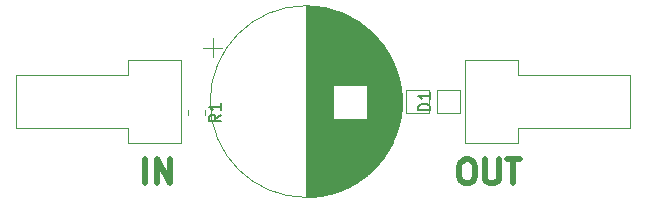
<source format=gto>
%TF.GenerationSoftware,KiCad,Pcbnew,(6.0.6)*%
%TF.CreationDate,2023-03-09T17:56:09+01:00*%
%TF.ProjectId,dc_block,64635f62-6c6f-4636-9b2e-6b696361645f,rev?*%
%TF.SameCoordinates,Original*%
%TF.FileFunction,Legend,Top*%
%TF.FilePolarity,Positive*%
%FSLAX46Y46*%
G04 Gerber Fmt 4.6, Leading zero omitted, Abs format (unit mm)*
G04 Created by KiCad (PCBNEW (6.0.6)) date 2023-03-09 17:56:09*
%MOMM*%
%LPD*%
G01*
G04 APERTURE LIST*
%ADD10C,0.500000*%
%ADD11C,0.150000*%
%ADD12C,0.120000*%
G04 APERTURE END LIST*
D10*
X101952380Y-96904761D02*
X101952380Y-94904761D01*
X102904761Y-96904761D02*
X102904761Y-94904761D01*
X104047619Y-96904761D01*
X104047619Y-94904761D01*
X129000000Y-94904761D02*
X129380952Y-94904761D01*
X129571428Y-95000000D01*
X129761904Y-95190476D01*
X129857142Y-95571428D01*
X129857142Y-96238095D01*
X129761904Y-96619047D01*
X129571428Y-96809523D01*
X129380952Y-96904761D01*
X129000000Y-96904761D01*
X128809523Y-96809523D01*
X128619047Y-96619047D01*
X128523809Y-96238095D01*
X128523809Y-95571428D01*
X128619047Y-95190476D01*
X128809523Y-95000000D01*
X129000000Y-94904761D01*
X130714285Y-94904761D02*
X130714285Y-96523809D01*
X130809523Y-96714285D01*
X130904761Y-96809523D01*
X131095238Y-96904761D01*
X131476190Y-96904761D01*
X131666666Y-96809523D01*
X131761904Y-96714285D01*
X131857142Y-96523809D01*
X131857142Y-94904761D01*
X132523809Y-94904761D02*
X133666666Y-94904761D01*
X133095238Y-96904761D02*
X133095238Y-94904761D01*
D11*
%TO.C,R1*%
X108352380Y-91116666D02*
X107876190Y-91450000D01*
X108352380Y-91688095D02*
X107352380Y-91688095D01*
X107352380Y-91307142D01*
X107400000Y-91211904D01*
X107447619Y-91164285D01*
X107542857Y-91116666D01*
X107685714Y-91116666D01*
X107780952Y-91164285D01*
X107828571Y-91211904D01*
X107876190Y-91307142D01*
X107876190Y-91688095D01*
X108352380Y-90164285D02*
X108352380Y-90735714D01*
X108352380Y-90450000D02*
X107352380Y-90450000D01*
X107495238Y-90545238D01*
X107590476Y-90640476D01*
X107638095Y-90735714D01*
%TO.C,D2*%
X123452380Y-90738095D02*
X122452380Y-90738095D01*
X122452380Y-90500000D01*
X122500000Y-90357142D01*
X122595238Y-90261904D01*
X122690476Y-90214285D01*
X122880952Y-90166666D01*
X123023809Y-90166666D01*
X123214285Y-90214285D01*
X123309523Y-90261904D01*
X123404761Y-90357142D01*
X123452380Y-90500000D01*
X123452380Y-90738095D01*
X122547619Y-89785714D02*
X122500000Y-89738095D01*
X122452380Y-89642857D01*
X122452380Y-89404761D01*
X122500000Y-89309523D01*
X122547619Y-89261904D01*
X122642857Y-89214285D01*
X122738095Y-89214285D01*
X122880952Y-89261904D01*
X123452380Y-89833333D01*
X123452380Y-89214285D01*
%TO.C,D1*%
X126052380Y-90738095D02*
X125052380Y-90738095D01*
X125052380Y-90500000D01*
X125100000Y-90357142D01*
X125195238Y-90261904D01*
X125290476Y-90214285D01*
X125480952Y-90166666D01*
X125623809Y-90166666D01*
X125814285Y-90214285D01*
X125909523Y-90261904D01*
X126004761Y-90357142D01*
X126052380Y-90500000D01*
X126052380Y-90738095D01*
X126052380Y-89214285D02*
X126052380Y-89785714D01*
X126052380Y-89500000D02*
X125052380Y-89500000D01*
X125195238Y-89595238D01*
X125290476Y-89690476D01*
X125338095Y-89785714D01*
D12*
%TO.C,R1*%
X106985000Y-90722936D02*
X106985000Y-91177064D01*
X105515000Y-90722936D02*
X105515000Y-91177064D01*
%TO.C,D2*%
X124000000Y-91000000D02*
X124000000Y-89000000D01*
X126000000Y-89000000D02*
X126000000Y-91000000D01*
X126000000Y-91000000D02*
X124000000Y-91000000D01*
X124000000Y-89000000D02*
X126000000Y-89000000D01*
%TO.C,D1*%
X126600000Y-91000000D02*
X126600000Y-89000000D01*
X128600000Y-89000000D02*
X128600000Y-91000000D01*
X128600000Y-91000000D02*
X126600000Y-91000000D01*
X126600000Y-89000000D02*
X128600000Y-89000000D01*
%TO.C,C1*%
X119991000Y-91440000D02*
X119991000Y-96759000D01*
X118911000Y-82647000D02*
X118911000Y-88560000D01*
X117391000Y-82131000D02*
X117391000Y-97869000D01*
X117431000Y-82140000D02*
X117431000Y-97860000D01*
X117471000Y-82150000D02*
X117471000Y-97850000D01*
X119591000Y-91440000D02*
X119591000Y-97004000D01*
X119791000Y-83114000D02*
X119791000Y-88560000D01*
X117231000Y-82095000D02*
X117231000Y-97905000D01*
X119071000Y-82722000D02*
X119071000Y-88560000D01*
X118991000Y-91440000D02*
X118991000Y-97316000D01*
X120751000Y-83803000D02*
X120751000Y-96197000D01*
X117671000Y-82201000D02*
X117671000Y-97799000D01*
X118791000Y-91440000D02*
X118791000Y-97406000D01*
X123351000Y-87782000D02*
X123351000Y-92218000D01*
X119791000Y-91440000D02*
X119791000Y-96886000D01*
X118271000Y-91440000D02*
X118271000Y-97611000D01*
X122431000Y-85727000D02*
X122431000Y-94273000D01*
X119191000Y-91440000D02*
X119191000Y-97219000D01*
X115590000Y-81920000D02*
X115590000Y-98080000D01*
X118551000Y-91440000D02*
X118551000Y-97506000D01*
X120951000Y-83975000D02*
X120951000Y-96025000D01*
X118631000Y-91440000D02*
X118631000Y-97474000D01*
X117511000Y-82160000D02*
X117511000Y-97840000D01*
X122351000Y-85602000D02*
X122351000Y-94398000D01*
X118951000Y-91440000D02*
X118951000Y-97334000D01*
X117991000Y-82295000D02*
X117991000Y-88560000D01*
X120671000Y-91440000D02*
X120671000Y-96263000D01*
X121151000Y-84160000D02*
X121151000Y-95840000D01*
X119551000Y-91440000D02*
X119551000Y-97027000D01*
X121391000Y-84398000D02*
X121391000Y-95602000D01*
X119031000Y-91440000D02*
X119031000Y-97297000D01*
X118351000Y-91440000D02*
X118351000Y-97582000D01*
X123551000Y-88649000D02*
X123551000Y-91351000D01*
X117831000Y-82246000D02*
X117831000Y-97754000D01*
X119151000Y-91440000D02*
X119151000Y-97239000D01*
X119271000Y-91440000D02*
X119271000Y-97178000D01*
X120471000Y-83580000D02*
X120471000Y-88560000D01*
X118311000Y-91440000D02*
X118311000Y-97597000D01*
X119551000Y-82973000D02*
X119551000Y-88560000D01*
X116110000Y-81939000D02*
X116110000Y-98061000D01*
X118111000Y-82334000D02*
X118111000Y-88560000D01*
X119311000Y-91440000D02*
X119311000Y-97157000D01*
X116951000Y-82041000D02*
X116951000Y-97959000D01*
X115830000Y-81924000D02*
X115830000Y-98076000D01*
X121271000Y-84276000D02*
X121271000Y-95724000D01*
X122391000Y-85664000D02*
X122391000Y-94336000D01*
X118951000Y-82666000D02*
X118951000Y-88560000D01*
X121471000Y-84482000D02*
X121471000Y-95518000D01*
X118191000Y-91440000D02*
X118191000Y-97639000D01*
X119391000Y-82885000D02*
X119391000Y-88560000D01*
X107660509Y-84645000D02*
X107660509Y-86245000D01*
X123231000Y-87403000D02*
X123231000Y-92597000D01*
X120151000Y-83348000D02*
X120151000Y-88560000D01*
X117951000Y-82282000D02*
X117951000Y-88560000D01*
X118911000Y-91440000D02*
X118911000Y-97353000D01*
X119751000Y-83090000D02*
X119751000Y-88560000D01*
X118511000Y-82478000D02*
X118511000Y-88560000D01*
X117271000Y-82104000D02*
X117271000Y-97896000D01*
X119871000Y-83164000D02*
X119871000Y-88560000D01*
X118791000Y-82594000D02*
X118791000Y-88560000D01*
X122311000Y-85541000D02*
X122311000Y-94459000D01*
X123111000Y-87076000D02*
X123111000Y-92924000D01*
X119951000Y-91440000D02*
X119951000Y-96785000D01*
X120991000Y-84011000D02*
X120991000Y-95989000D01*
X118351000Y-82418000D02*
X118351000Y-88560000D01*
X116351000Y-81959000D02*
X116351000Y-98041000D01*
X116591000Y-81986000D02*
X116591000Y-98014000D01*
X119831000Y-91440000D02*
X119831000Y-96861000D01*
X120271000Y-91440000D02*
X120271000Y-96568000D01*
X120711000Y-83770000D02*
X120711000Y-88560000D01*
X115790000Y-81923000D02*
X115790000Y-98077000D01*
X118751000Y-91440000D02*
X118751000Y-97423000D01*
X117711000Y-82212000D02*
X117711000Y-97788000D01*
X117751000Y-82223000D02*
X117751000Y-97777000D01*
X116030000Y-81934000D02*
X116030000Y-98066000D01*
X121951000Y-85042000D02*
X121951000Y-94958000D01*
X120111000Y-83321000D02*
X120111000Y-88560000D01*
X121911000Y-84991000D02*
X121911000Y-95009000D01*
X118311000Y-82403000D02*
X118311000Y-88560000D01*
X117871000Y-82258000D02*
X117871000Y-88560000D01*
X116070000Y-81936000D02*
X116070000Y-98064000D01*
X120791000Y-83837000D02*
X120791000Y-96163000D01*
X121311000Y-84316000D02*
X121311000Y-95684000D01*
X119431000Y-91440000D02*
X119431000Y-97094000D01*
X123591000Y-88902000D02*
X123591000Y-91098000D01*
X120311000Y-91440000D02*
X120311000Y-96539000D01*
X120551000Y-91440000D02*
X120551000Y-96358000D01*
X118711000Y-82560000D02*
X118711000Y-88560000D01*
X120591000Y-83673000D02*
X120591000Y-88560000D01*
X121631000Y-84657000D02*
X121631000Y-95343000D01*
X118071000Y-82320000D02*
X118071000Y-88560000D01*
X117871000Y-91440000D02*
X117871000Y-97742000D01*
X120231000Y-83404000D02*
X120231000Y-88560000D01*
X118191000Y-82361000D02*
X118191000Y-88560000D01*
X121111000Y-84122000D02*
X121111000Y-95878000D01*
X120031000Y-83267000D02*
X120031000Y-88560000D01*
X119471000Y-91440000D02*
X119471000Y-97072000D01*
X118871000Y-82629000D02*
X118871000Y-88560000D01*
X118431000Y-82447000D02*
X118431000Y-88560000D01*
X115710000Y-81921000D02*
X115710000Y-98079000D01*
X123511000Y-88436000D02*
X123511000Y-91564000D01*
X118431000Y-91440000D02*
X118431000Y-97553000D01*
X121751000Y-84796000D02*
X121751000Y-95204000D01*
X121431000Y-84440000D02*
X121431000Y-95560000D01*
X115750000Y-81922000D02*
X115750000Y-98078000D01*
X122791000Y-86363000D02*
X122791000Y-93637000D01*
X121591000Y-84612000D02*
X121591000Y-95388000D01*
X122751000Y-86285000D02*
X122751000Y-93715000D01*
X122671000Y-86136000D02*
X122671000Y-93864000D01*
X118271000Y-82389000D02*
X118271000Y-88560000D01*
X117551000Y-82170000D02*
X117551000Y-97830000D01*
X118591000Y-82510000D02*
X118591000Y-88560000D01*
X117151000Y-82079000D02*
X117151000Y-97921000D01*
X121711000Y-84749000D02*
X121711000Y-95251000D01*
X118751000Y-82577000D02*
X118751000Y-88560000D01*
X120831000Y-83871000D02*
X120831000Y-96129000D01*
X116190000Y-81945000D02*
X116190000Y-98055000D01*
X120031000Y-91440000D02*
X120031000Y-96733000D01*
X120351000Y-91440000D02*
X120351000Y-96510000D01*
X119631000Y-83019000D02*
X119631000Y-88560000D01*
X119511000Y-91440000D02*
X119511000Y-97049000D01*
X123031000Y-86880000D02*
X123031000Y-93120000D01*
X119191000Y-82781000D02*
X119191000Y-88560000D01*
X116991000Y-82048000D02*
X116991000Y-97952000D01*
X120631000Y-83705000D02*
X120631000Y-88560000D01*
X122151000Y-85309000D02*
X122151000Y-94691000D01*
X121551000Y-84568000D02*
X121551000Y-95432000D01*
X122711000Y-86210000D02*
X122711000Y-93790000D01*
X120071000Y-91440000D02*
X120071000Y-96706000D01*
X116230000Y-81948000D02*
X116230000Y-98052000D01*
X117311000Y-82113000D02*
X117311000Y-97887000D01*
X121231000Y-84237000D02*
X121231000Y-95763000D01*
X116711000Y-82003000D02*
X116711000Y-97997000D01*
X119311000Y-82843000D02*
X119311000Y-88560000D01*
X119871000Y-91440000D02*
X119871000Y-96836000D01*
X120511000Y-83610000D02*
X120511000Y-88560000D01*
X123311000Y-87649000D02*
X123311000Y-92351000D01*
X118831000Y-82611000D02*
X118831000Y-88560000D01*
X122951000Y-86697000D02*
X122951000Y-93303000D01*
X118111000Y-91440000D02*
X118111000Y-97666000D01*
X118991000Y-82684000D02*
X118991000Y-88560000D01*
X120431000Y-91440000D02*
X120431000Y-96450000D01*
X118711000Y-91440000D02*
X118711000Y-97440000D01*
X115630000Y-81920000D02*
X115630000Y-98080000D01*
X119431000Y-82906000D02*
X119431000Y-88560000D01*
X119111000Y-91440000D02*
X119111000Y-97258000D01*
X118551000Y-82494000D02*
X118551000Y-88560000D01*
X118631000Y-82526000D02*
X118631000Y-88560000D01*
X119071000Y-91440000D02*
X119071000Y-97278000D01*
X120311000Y-83461000D02*
X120311000Y-88560000D01*
X117911000Y-82270000D02*
X117911000Y-88560000D01*
X122831000Y-86443000D02*
X122831000Y-93557000D01*
X120391000Y-91440000D02*
X120391000Y-96480000D01*
X122191000Y-85366000D02*
X122191000Y-94634000D01*
X118031000Y-91440000D02*
X118031000Y-97693000D01*
X122551000Y-85924000D02*
X122551000Y-94076000D01*
X117991000Y-91440000D02*
X117991000Y-97705000D01*
X119111000Y-82742000D02*
X119111000Y-88560000D01*
X116671000Y-81997000D02*
X116671000Y-98003000D01*
X120551000Y-83642000D02*
X120551000Y-88560000D01*
X121671000Y-84703000D02*
X121671000Y-95297000D01*
X120191000Y-83376000D02*
X120191000Y-88560000D01*
X119751000Y-91440000D02*
X119751000Y-96910000D01*
X119351000Y-91440000D02*
X119351000Y-97136000D01*
X120871000Y-83905000D02*
X120871000Y-96095000D01*
X122511000Y-85857000D02*
X122511000Y-94143000D01*
X119231000Y-91440000D02*
X119231000Y-97199000D01*
X122071000Y-85200000D02*
X122071000Y-94800000D01*
X120151000Y-91440000D02*
X120151000Y-96652000D01*
X116631000Y-81992000D02*
X116631000Y-98008000D01*
X117071000Y-82063000D02*
X117071000Y-97937000D01*
X115950000Y-81929000D02*
X115950000Y-98071000D01*
X121511000Y-84525000D02*
X121511000Y-95475000D01*
X119591000Y-82996000D02*
X119591000Y-88560000D01*
X118871000Y-91440000D02*
X118871000Y-97371000D01*
X119031000Y-82703000D02*
X119031000Y-88560000D01*
X117111000Y-82071000D02*
X117111000Y-97929000D01*
X118591000Y-91440000D02*
X118591000Y-97490000D01*
X117191000Y-82087000D02*
X117191000Y-97913000D01*
X120911000Y-83940000D02*
X120911000Y-96060000D01*
X116431000Y-81967000D02*
X116431000Y-98033000D01*
X122591000Y-85993000D02*
X122591000Y-94007000D01*
X118671000Y-82543000D02*
X118671000Y-88560000D01*
X119991000Y-83241000D02*
X119991000Y-88560000D01*
X121071000Y-84084000D02*
X121071000Y-95916000D01*
X122471000Y-85791000D02*
X122471000Y-94209000D01*
X121871000Y-84941000D02*
X121871000Y-95059000D01*
X122271000Y-85481000D02*
X122271000Y-94519000D01*
X119631000Y-91440000D02*
X119631000Y-96981000D01*
X122631000Y-86064000D02*
X122631000Y-93936000D01*
X120591000Y-91440000D02*
X120591000Y-96327000D01*
X121991000Y-85094000D02*
X121991000Y-94906000D01*
X118151000Y-91440000D02*
X118151000Y-97653000D01*
X118511000Y-91440000D02*
X118511000Y-97522000D01*
X116871000Y-82028000D02*
X116871000Y-97972000D01*
X120511000Y-91440000D02*
X120511000Y-96390000D01*
X119831000Y-83139000D02*
X119831000Y-88560000D01*
X117591000Y-82180000D02*
X117591000Y-97820000D01*
X116471000Y-81972000D02*
X116471000Y-98028000D01*
X118471000Y-82463000D02*
X118471000Y-88560000D01*
X118031000Y-82307000D02*
X118031000Y-88560000D01*
X116271000Y-81951000D02*
X116271000Y-98049000D01*
X121031000Y-84048000D02*
X121031000Y-95952000D01*
X119671000Y-91440000D02*
X119671000Y-96958000D01*
X120431000Y-83550000D02*
X120431000Y-88560000D01*
X121191000Y-84198000D02*
X121191000Y-95802000D01*
X120071000Y-83294000D02*
X120071000Y-88560000D01*
X118231000Y-91440000D02*
X118231000Y-97625000D01*
X123191000Y-87289000D02*
X123191000Y-92711000D01*
X122911000Y-86610000D02*
X122911000Y-93390000D01*
X118391000Y-82432000D02*
X118391000Y-88560000D01*
X117351000Y-82122000D02*
X117351000Y-97878000D01*
X119231000Y-82801000D02*
X119231000Y-88560000D01*
X120191000Y-91440000D02*
X120191000Y-96624000D01*
X117791000Y-82235000D02*
X117791000Y-97765000D01*
X120631000Y-91440000D02*
X120631000Y-96295000D01*
X122031000Y-85146000D02*
X122031000Y-94854000D01*
X119471000Y-82928000D02*
X119471000Y-88560000D01*
X120111000Y-91440000D02*
X120111000Y-96679000D01*
X120711000Y-91440000D02*
X120711000Y-96230000D01*
X116551000Y-81981000D02*
X116551000Y-98019000D01*
X115870000Y-81926000D02*
X115870000Y-98074000D01*
X118831000Y-91440000D02*
X118831000Y-97389000D01*
X118151000Y-82347000D02*
X118151000Y-88560000D01*
X117631000Y-82190000D02*
X117631000Y-97810000D01*
X120471000Y-91440000D02*
X120471000Y-96420000D01*
X117951000Y-91440000D02*
X117951000Y-97718000D01*
X122231000Y-85423000D02*
X122231000Y-94577000D01*
X116751000Y-82009000D02*
X116751000Y-97991000D01*
X123151000Y-87180000D02*
X123151000Y-92820000D01*
X116791000Y-82015000D02*
X116791000Y-97985000D01*
X115550000Y-81919000D02*
X115550000Y-98081000D01*
X117911000Y-91440000D02*
X117911000Y-97730000D01*
X116911000Y-82034000D02*
X116911000Y-97966000D01*
X115990000Y-81931000D02*
X115990000Y-98069000D01*
X119711000Y-83066000D02*
X119711000Y-88560000D01*
X119911000Y-83189000D02*
X119911000Y-88560000D01*
X116150000Y-81942000D02*
X116150000Y-98058000D01*
X123631000Y-89235000D02*
X123631000Y-90765000D01*
X117031000Y-82056000D02*
X117031000Y-97944000D01*
X116391000Y-81963000D02*
X116391000Y-98037000D01*
X119951000Y-83215000D02*
X119951000Y-88560000D01*
X123431000Y-88080000D02*
X123431000Y-91920000D01*
X118671000Y-91440000D02*
X118671000Y-97457000D01*
X119671000Y-83042000D02*
X119671000Y-88560000D01*
X119391000Y-91440000D02*
X119391000Y-97115000D01*
X123271000Y-87522000D02*
X123271000Y-92478000D01*
X106860509Y-85445000D02*
X108460509Y-85445000D01*
X122991000Y-86787000D02*
X122991000Y-93213000D01*
X120271000Y-83432000D02*
X120271000Y-88560000D01*
X122111000Y-85254000D02*
X122111000Y-94746000D01*
X120231000Y-91440000D02*
X120231000Y-96596000D01*
X119511000Y-82951000D02*
X119511000Y-88560000D01*
X122871000Y-86525000D02*
X122871000Y-93475000D01*
X120671000Y-83737000D02*
X120671000Y-88560000D01*
X119351000Y-82864000D02*
X119351000Y-88560000D01*
X115910000Y-81927000D02*
X115910000Y-98073000D01*
X116311000Y-81955000D02*
X116311000Y-98045000D01*
X116831000Y-82021000D02*
X116831000Y-97979000D01*
X120391000Y-83520000D02*
X120391000Y-88560000D01*
X121831000Y-84892000D02*
X121831000Y-95108000D01*
X118071000Y-91440000D02*
X118071000Y-97680000D01*
X123471000Y-88248000D02*
X123471000Y-91752000D01*
X119911000Y-91440000D02*
X119911000Y-96811000D01*
X116511000Y-81976000D02*
X116511000Y-98024000D01*
X123391000Y-87926000D02*
X123391000Y-92074000D01*
X115670000Y-81920000D02*
X115670000Y-98080000D01*
X120351000Y-83490000D02*
X120351000Y-88560000D01*
X118391000Y-91440000D02*
X118391000Y-97568000D01*
X123071000Y-86976000D02*
X123071000Y-93024000D01*
X121791000Y-84844000D02*
X121791000Y-95156000D01*
X119271000Y-82822000D02*
X119271000Y-88560000D01*
X118231000Y-82375000D02*
X118231000Y-88560000D01*
X118471000Y-91440000D02*
X118471000Y-97537000D01*
X119151000Y-82761000D02*
X119151000Y-88560000D01*
X121351000Y-84357000D02*
X121351000Y-95643000D01*
X119711000Y-91440000D02*
X119711000Y-96934000D01*
X123670000Y-90000000D02*
G75*
G03*
X123670000Y-90000000I-8120000J0D01*
G01*
%TO.C,J1*%
X100500000Y-92250000D02*
X100500000Y-93500000D01*
X105000000Y-86500000D02*
X100500000Y-86500000D01*
X100500000Y-93500000D02*
X105000000Y-93500000D01*
X91000000Y-87750000D02*
X91000000Y-92250000D01*
X100500000Y-86500000D02*
X100500000Y-87750000D01*
X91000000Y-92250000D02*
X100500000Y-92250000D01*
X105000000Y-93500000D02*
X105000000Y-86500000D01*
X100500000Y-87750000D02*
X91000000Y-87750000D01*
%TO.C,J2*%
X133500000Y-92250000D02*
X143000000Y-92250000D01*
X129000000Y-86500000D02*
X129000000Y-93500000D01*
X143000000Y-87750000D02*
X133500000Y-87750000D01*
X133500000Y-93500000D02*
X133500000Y-92250000D01*
X143000000Y-92250000D02*
X143000000Y-87750000D01*
X133500000Y-86500000D02*
X129000000Y-86500000D01*
X129000000Y-93500000D02*
X133500000Y-93500000D01*
X133500000Y-87750000D02*
X133500000Y-86500000D01*
%TD*%
M02*

</source>
